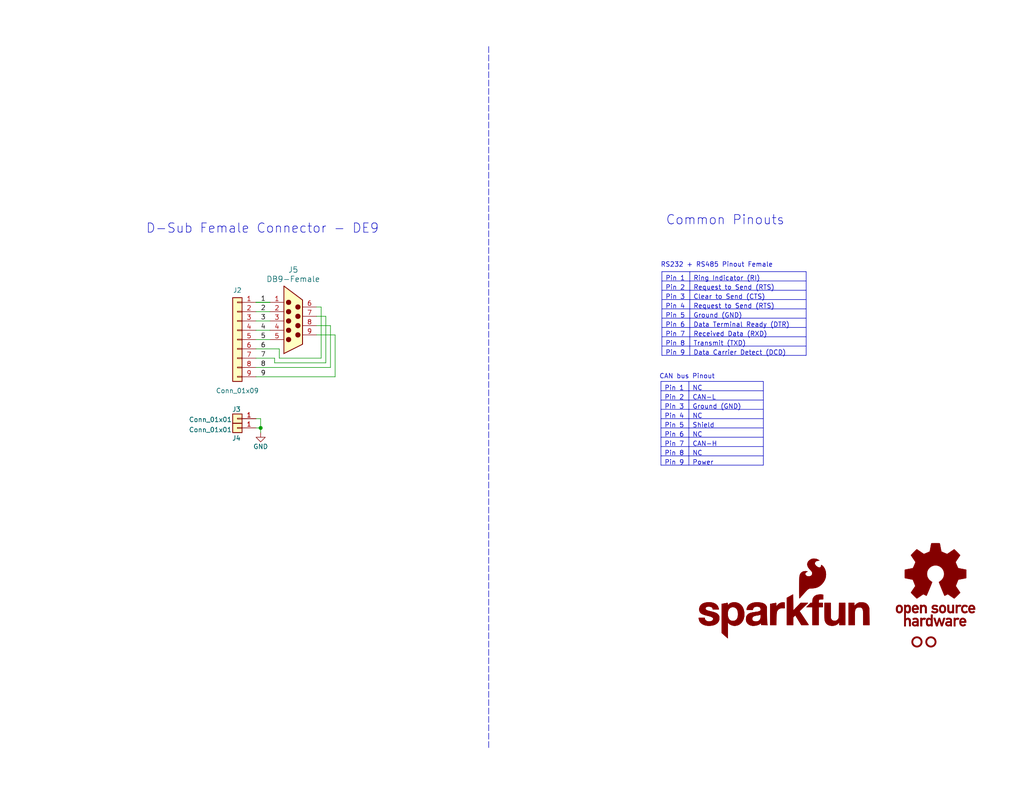
<source format=kicad_sch>
(kicad_sch (version 20250114) (generator "eeschema") (generator_version "9.0")
  (paper "USLetter")
  (title_block (title "SparkFun DB9 Breakout") (rev "v10") (company "SparkFun Electronics") (comment 1 "Designed by: Elias Santistevan"))
  (lib_symbols
    (symbol "DB9 Female_1" (pin_names (offset 0.254) (hide yes))
      (property "Reference" "J" (at 1.016 12.7 0))
      (property "Value" "DB9-Female" (at 0 -13.97 0))
      (symbol "DB9 Female_1_1_1"
        (pin passive line (at -6.35 6.35 0) (length 3.81) (name "1") (number "1"))
        (pin passive line (at -6.35 3.81 0) (length 3.81) (name "2") (number "2"))
        (pin passive line (at -6.35 1.27 0) (length 3.81) (name "3") (number "3"))
        (pin passive line (at -6.35 -1.27 0) (length 3.81) (name "4") (number "4"))
        (pin passive line (at -6.35 -3.81 0) (length 3.81) (name "5") (number "5"))
        (pin passive line (at 6.35 5.08 180) (length 3.81) (name "6") (number "6"))
        (pin passive line (at 6.35 2.54 180) (length 3.81) (name "7") (number "7"))
        (pin passive line (at 6.35 0 180) (length 3.81) (name "8") (number "8"))
        (pin passive line (at 6.35 -2.54 180) (length 3.81) (name "9") (number "9"))
      )
      (symbol "DB9 Female_1_1_2"
        (pin unspecified line (at 0 0 0) (length 5.08) (name "1") (number "1"))
        (pin unspecified line (at 0 -2.54 0) (length 5.08) (name "2") (number "2"))
        (pin unspecified line (at 0 -5.08 0) (length 5.08) (name "3") (number "3"))
        (pin unspecified line (at 0 -7.62 0) (length 5.08) (name "4") (number "4"))
        (pin unspecified line (at 0 -10.16 0) (length 5.08) (name "5") (number "5"))
        (pin unspecified line (at 0 -12.7 0) (length 5.08) (name "6") (number "6"))
        (pin unspecified line (at 0 -15.24 0) (length 5.08) (name "7") (number "7"))
        (pin unspecified line (at 0 -17.78 0) (length 5.08) (name "8") (number "8"))
        (pin unspecified line (at 0 -20.32 0) (length 5.08) (name "9") (number "9"))
      )
    )
    (symbol "SparkFun-Aesthetic:OSHW_Logo" (pin_names (offset 1.016)) (in_bom no))
    (symbol "SparkFun-Aesthetic:SparkFun_Logo" (pin_names (offset 1.016)) (on_board no))
    (symbol "SparkFun-Connector:Conn_01x01" (pin_names (offset 1.016) (hide yes))
      (property "Reference" "J" (at 0 2.54 0))
      (property "Value" "Conn_01x01" (at 0 -2.54 0))
      (symbol "Conn_01x01_1_1"
        (pin passive line (at -5.08 0 0) (length 3.81) (name "Pin_1") (number "1"))
      )
    )
    (symbol "SparkFun-Connector:Conn_01x09" (pin_names (offset 1.016) (hide yes))
      (property "Reference" "J" (at 0 12.7 0))
      (property "Value" "Conn_01x09" (at 0 -12.7 0))
      (symbol "Conn_01x09_1_1"
        (pin passive line (at -5.08 10.16 0) (length 3.81) (name "Pin_1") (number "1"))
        (pin passive line (at -5.08 7.62 0) (length 3.81) (name "Pin_2") (number "2"))
        (pin passive line (at -5.08 5.08 0) (length 3.81) (name "Pin_3") (number "3"))
        (pin passive line (at -5.08 2.54 0) (length 3.81) (name "Pin_4") (number "4"))
        (pin passive line (at -5.08 0 0) (length 3.81) (name "Pin_5") (number "5"))
        (pin passive line (at -5.08 -2.54 0) (length 3.81) (name "Pin_6") (number "6"))
        (pin passive line (at -5.08 -5.08 0) (length 3.81) (name "Pin_7") (number "7"))
        (pin passive line (at -5.08 -7.62 0) (length 3.81) (name "Pin_8") (number "8"))
        (pin passive line (at -5.08 -10.16 0) (length 3.81) (name "Pin_9") (number "9"))
      )
    )
    (symbol "SparkFun-Hardware:Standoff")
    (symbol "SparkFun-PowerSymbol:GND" (power) (pin_names (offset 0))
      (property "Value" "GND" (at 0 -3.81 0))
      (symbol "GND_1_1"
        (pin power_in line (at 0 0 270) (length 0) (hide yes) (name "GND") (number "1"))
      )
    )
  )
  (text "Common Pinouts" (at 197.866 60.198 0) (effects (font (size 2.54 2.54))))
  (text "RS232 + RS485 Pinout Female" (at 195.58 72.39 0) (effects (font (size 1.27 1.27))))
  (text "CAN bus Pinout " (at 187.96 102.87 0) (effects (font (size 1.27 1.27))))
  (text "D-Sub Female Connector - DE9" (at 71.628 62.484 0) (effects (font (size 2.54 2.54))))
  (junction (at 71.12 116.84))
  (wire (pts (xy 88.9 99.06) (xy 88.9 86.36)))
  (wire (pts (xy 86.36 88.9) (xy 90.17 88.9)))
  (wire (pts (xy 69.85 92.71) (xy 73.66 92.71)))
  (wire (pts (xy 71.12 116.84) (xy 71.12 118.11)))
  (wire (pts (xy 69.85 82.55) (xy 73.66 82.55)) (stroke (width 0.2286)))
  (wire (pts (xy 69.85 100.33) (xy 90.17 100.33)))
  (wire (pts (xy 90.17 88.9) (xy 90.17 100.33)))
  (wire (pts (xy 74.93 97.79) (xy 74.93 99.06)))
  (wire (pts (xy 69.85 87.63) (xy 73.66 87.63)))
  (wire (pts (xy 69.85 102.87) (xy 91.44 102.87)))
  (polyline (pts (xy 133.35 12.7) (xy 133.35 204.47)) (stroke (width 0) (type dash)))
  (wire (pts (xy 69.85 116.84) (xy 71.12 116.84)))
  (wire (pts (xy 69.85 114.3) (xy 71.12 114.3)))
  (wire (pts (xy 69.85 97.79) (xy 74.93 97.79)))
  (wire (pts (xy 91.44 91.44) (xy 86.36 91.44)))
  (wire (pts (xy 69.85 95.25) (xy 76.2 95.25)))
  (wire (pts (xy 87.63 97.79) (xy 76.2 97.79)))
  (wire (pts (xy 76.2 97.79) (xy 76.2 95.25)))
  (wire (pts (xy 86.36 83.82) (xy 87.63 83.82)))
  (wire (pts (xy 88.9 86.36) (xy 86.36 86.36)))
  (wire (pts (xy 69.85 90.17) (xy 73.66 90.17)))
  (wire (pts (xy 87.63 83.82) (xy 87.63 97.79)))
  (wire (pts (xy 71.12 114.3) (xy 71.12 116.84)))
  (wire (pts (xy 69.85 85.09) (xy 73.66 85.09)))
  (wire (pts (xy 91.44 102.87) (xy 91.44 91.44)))
  (wire (pts (xy 74.93 99.06) (xy 88.9 99.06)))
  (table (column_count 2) (border (external yes) (header yes)) (separators (rows yes) (cols yes)) (column_widths 7.62 20.32) (row_heights 2.54 2.54 2.54 2.54 2.54 2.54 2.54 2.54 2.54) (cells (table_cell "Pin 1" (at 180.34 104.14 0) (size 7.62 2.54) (margins 0.9525 0.9525 0.9525 0.9525) (span 1 1)) (table_cell "NC" (at 187.96 104.14 0) (size 20.32 2.54) (margins 0.9525 0.9525 0.9525 0.9525) (span 1 1)) (table_cell "Pin 2" (at 180.34 106.68 0) (size 7.62 2.54) (margins 0.9525 0.9525 0.9525 0.9525) (span 1 1)) (table_cell "CAN-L" (at 187.96 106.68 0) (size 20.32 2.54) (margins 0.9525 0.9525 0.9525 0.9525) (span 1 1)) (table_cell "Pin 3" (at 180.34 109.22 0) (size 7.62 2.54) (margins 0.9525 0.9525 0.9525 0.9525) (span 1 1)) (table_cell "Ground (GND)" (at 187.96 109.22 0) (size 20.32 2.54) (margins 0.9525 0.9525 0.9525 0.9525) (span 1 1)) (table_cell "Pin 4" (at 180.34 111.76 0) (size 7.62 2.54) (margins 0.9525 0.9525 0.9525 0.9525) (span 1 1)) (table_cell "NC" (at 187.96 111.76 0) (size 20.32 2.54) (margins 0.9525 0.9525 0.9525 0.9525) (span 1 1)) (table_cell "Pin 5" (at 180.34 114.3 0) (size 7.62 2.54) (margins 0.9525 0.9525 0.9525 0.9525) (span 1 1)) (table_cell "Shield" (at 187.96 114.3 0) (size 20.32 2.54) (margins 0.9525 0.9525 0.9525 0.9525) (span 1 1)) (table_cell "Pin 6" (at 180.34 116.84 0) (size 7.62 2.54) (margins 0.9525 0.9525 0.9525 0.9525) (span 1 1)) (table_cell "NC" (at 187.96 116.84 0) (size 20.32 2.54) (margins 0.9525 0.9525 0.9525 0.9525) (span 1 1)) (table_cell "Pin 7" (at 180.34 119.38 0) (size 7.62 2.54) (margins 0.9525 0.9525 0.9525 0.9525) (span 1 1)) (table_cell "CAN-H" (at 187.96 119.38 0) (size 20.32 2.54) (margins 0.9525 0.9525 0.9525 0.9525) (span 1 1)) (table_cell "Pin 8 " (at 180.34 121.92 0) (size 7.62 2.54) (margins 0.9525 0.9525 0.9525 0.9525) (span 1 1)) (table_cell "NC" (at 187.96 121.92 0) (size 20.32 2.54) (margins 0.9525 0.9525 0.9525 0.9525) (span 1 1)) (table_cell "Pin 9" (at 180.34 124.46 0) (size 7.62 2.54) (margins 0.9525 0.9525 0.9525 0.9525) (span 1 1)) (table_cell "Power" (at 187.96 124.46 0) (size 20.32 2.54) (margins 0.9525 0.9525 0.9525 0.9525) (span 1 1))))
  (table (column_count 2) (border (external yes) (header yes)) (separators (rows yes) (cols yes)) (column_widths 7.62 31.75) (row_heights 2.54 2.54 2.54 2.54 2.54 2.54 2.54 2.54 2.54) (cells (table_cell "Pin 1" (at 180.594 74.168 0) (size 7.62 2.54) (margins 0.9525 0.9525 0.9525 0.9525) (span 1 1)) (table_cell "Ring Indicator (RI)" (at 188.214 74.168 0) (size 31.75 2.54) (margins 0.9525 0.9525 0.9525 0.9525) (span 1 1)) (table_cell "Pin 2" (at 180.594 76.708 0) (size 7.62 2.54) (margins 0.9525 0.9525 0.9525 0.9525) (span 1 1)) (table_cell "Request to Send (RTS)" (at 188.214 76.708 0) (size 31.75 2.54) (margins 0.9525 0.9525 0.9525 0.9525) (span 1 1)) (table_cell "Pin 3" (at 180.594 79.248 0) (size 7.62 2.54) (margins 0.9525 0.9525 0.9525 0.9525) (span 1 1)) (table_cell "Clear to Send (CTS)" (at 188.214 79.248 0) (size 31.75 2.54) (margins 0.9525 0.9525 0.9525 0.9525) (span 1 1)) (table_cell "Pin 4" (at 180.594 81.788 0) (size 7.62 2.54) (margins 0.9525 0.9525 0.9525 0.9525) (span 1 1)) (table_cell "Request to Send (RTS)" (at 188.214 81.788 0) (size 31.75 2.54) (margins 0.9525 0.9525 0.9525 0.9525) (span 1 1)) (table_cell "Pin 5" (at 180.594 84.328 0) (size 7.62 2.54) (margins 0.9525 0.9525 0.9525 0.9525) (span 1 1)) (table_cell "Ground (GND)" (at 188.214 84.328 0) (size 31.75 2.54) (margins 0.9525 0.9525 0.9525 0.9525) (span 1 1)) (table_cell "Pin 6" (at 180.594 86.868 0) (size 7.62 2.54) (margins 0.9525 0.9525 0.9525 0.9525) (span 1 1)) (table_cell "Data Terminal Ready (DTR)" (at 188.214 86.868 0) (size 31.75 2.54) (margins 0.9525 0.9525 0.9525 0.9525) (span 1 1)) (table_cell "Pin 7" (at 180.594 89.408 0) (size 7.62 2.54) (margins 0.9525 0.9525 0.9525 0.9525) (span 1 1)) (table_cell "Received Data (RXD)" (at 188.214 89.408 0) (size 31.75 2.54) (margins 0.9525 0.9525 0.9525 0.9525) (span 1 1)) (table_cell "Pin 8" (at 180.594 91.948 0) (size 7.62 2.54) (margins 0.9525 0.9525 0.9525 0.9525) (span 1 1)) (table_cell "Transmit (TXD)" (at 188.214 91.948 0) (size 31.75 2.54) (margins 0.9525 0.9525 0.9525 0.9525) (span 1 1)) (table_cell "Pin 9" (at 180.594 94.488 0) (size 7.62 2.54) (margins 0.9525 0.9525 0.9525 0.9525) (span 1 1)) (table_cell "Data Carrier Detect (DCD)" (at 188.214 94.488 0) (size 31.75 2.54) (margins 0.9525 0.9525 0.9525 0.9525) (span 1 1))))
  (label "4" (at 71.12 90.17 0))
  (label "3" (at 71.12 87.63 0))
  (label "9" (at 71.12 102.87 0))
  (label "5" (at 71.12 92.71 0))
  (label "6" (at 71.12 95.25 0))
  (label "7" (at 71.12 97.79 0))
  (label "1" (at 71.12 82.55 0))
  (label "2" (at 71.12 85.09 0))
  (label "8" (at 71.12 100.33 0))
  (symbol (lib_id "SparkFun-Hardware:Standoff") (at 254 175.26 0) (unit 1)
    (property "Reference" "ST2" (effects (hide yes)))
    (property "Value" "Stand_off" (effects (hide yes)))
    (property "Footprint" "SparkFun-Hardware:Standoff" (effects (hide yes)))
    (property "Description" "Drill holes for mechanically mounting via screws, standoffs, etc." (effects (hide yes)))
  )
  (symbol (lib_id "SparkFun-PowerSymbol:GND") (at 71.12 118.11 0) (unit 1)
    (property "Reference" "#PWR01" (effects (hide yes)))
    (property "Value" "GND" (at 71.12 121.92 0))
    (property "Description" "Power symbol creates a global label with name \"GND\" , ground" (effects (hide yes)))
  )
  (symbol (lib_id "SparkFun-Aesthetic:SparkFun_Logo") (at 213.36 167.64 0) (unit 1) (on_board no)
    (property "Reference" "G1" (effects (hide yes)))
    (property "Value" "SparkFun_Logo" (effects (hide yes)))
    (property "Footprint" "SparkFun-Aesthetic:SparkFun_Logo_8mm" (effects (hide yes)))
  )
  (symbol (lib_name "DB9 Female_1") (lib_id "DB9-Female:DB9 Female") (at 80.01 88.9 0) (unit 1)
    (property "Reference" "J5" (at 80.01 73.66 0) (effects (font (size 1.524 1.524))))
    (property "Value" "DB9-Female" (at 80.01 76.2 0) (effects (font (size 1.524 1.524))))
    (property "Footprint" "DE9_Footprint:DB9_Female" (effects (hide yes)))
    (property "Datasheet" "https://www.lcsc.com/datasheet/lcsc_datasheet_2411220417_XUNPU-D-SUB-DR-9PCM-CB_C19077337.pdf" (effects (hide yes)))
  )
  (symbol (lib_id "SparkFun-Connector:Conn_01x09") (at 64.77 92.71 0) (mirror y) (unit 1)
    (property "Reference" "J2" (at 64.77 79.248 0))
    (property "Value" "Conn_01x09" (at 64.77 106.68 0))
    (property "Footprint" "SparkFun-Connector:1x09" (effects (hide yes)))
    (property "Description" "Basic 0.1\" PTH" (effects (hide yes)))
  )
  (symbol (lib_id "SparkFun-Hardware:Standoff") (at 250.19 175.26 0) (unit 1)
    (property "Reference" "ST1" (effects (hide yes)))
    (property "Value" "Stand_off" (effects (hide yes)))
    (property "Footprint" "SparkFun-Hardware:Standoff" (effects (hide yes)))
    (property "Description" "Drill holes for mechanically mounting via screws, standoffs, etc." (effects (hide yes)))
  )
  (symbol (lib_id "SparkFun-Connector:Conn_01x01") (at 64.77 116.84 180) (unit 1)
    (property "Reference" "J4" (at 64.516 119.634 0))
    (property "Value" "Conn_01x01" (at 57.404 114.554 0))
    (property "Footprint" "SparkFun-Connector:1x01" (effects (hide yes)))
    (property "Description" "Basic 0.1\" PTH" (effects (hide yes)))
  )
  (symbol (lib_id "SparkFun-Aesthetic:OSHW_Logo") (at 255.27 163.83 0) (unit 1) (in_bom no)
    (property "Reference" "G3" (effects (hide yes)))
    (property "Value" "OSHW_Logo" (effects (hide yes)))
    (property "Footprint" "SparkFun-Aesthetic:Creative_Commons_License" (effects (hide yes)))
  )
  (symbol (lib_id "SparkFun-Aesthetic:SparkFun_Logo") (at 213.36 167.64 0) (unit 1) (on_board no)
    (property "Reference" "G2" (effects (hide yes)))
    (property "Value" "SparkFun_Logo" (effects (hide yes)))
  )
  (symbol (lib_id "SparkFun-Connector:Conn_01x01") (at 64.77 114.3 180) (unit 1)
    (property "Reference" "J3" (at 64.516 111.76 0))
    (property "Value" "Conn_01x01" (at 57.404 117.348 0))
    (property "Footprint" "SparkFun-Connector:1x01" (effects (hide yes)))
    (property "Description" "Basic 0.1\" PTH" (effects (hide yes)))
  )
)
</source>
